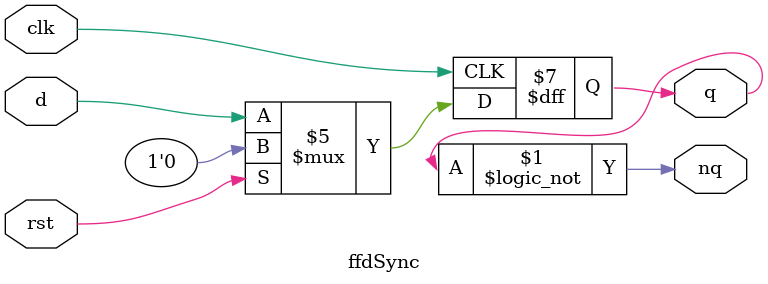
<source format=v>
module ffdSync (q, nq, d, clk, rst);
// Input list
input wire d, clk, rst;
// Output list
output reg q;
output wire nq;
// Building the inverter output
assign nq = !q;
// Generating the flip-flop
always @(negedge clk) // rising edge and
begin                 // synchronous rst
	if (rst==1) 
		begin
			q <= 0; 
		end                
	else 
		begin
			q <= d;
 		end
end
endmodule

</source>
